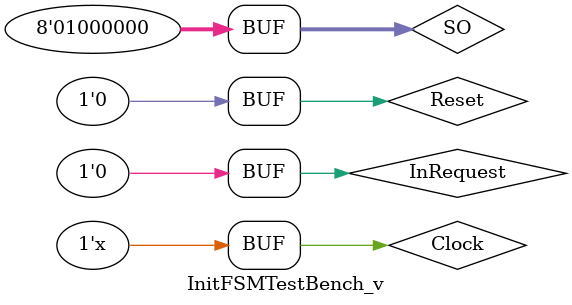
<source format=v>

`timescale		1 ns/1 ps		// Display things in ns, compute them in ps
`define HalfCycle	18.518			// Half of the clock cycle time in nanoseconds
`define Cycle		(`HalfCycle * 2)	// Didn't you learn to multiply?
`define ActiveCycles	65536			// Change this to hold the buttons down for longer!
//-----------------------------------------------------------------------

module InitFSMTestBench_v;

	// Inputs
	reg Clock;
	reg Reset;
	reg InRequest;
	reg [7:0] SO;

	// Outputs
	wire [4:0] CurState;
	wire VREG_EN;
	wire RF_RESET;
	wire [7:0] Command;
	wire InValid;
	wire InitDone;
	
	//---------------------------------------------------------------
	//	Clock Source
	//		This section will generate a clock signal,
	//		turning it on and off according the HalfCycle
	//		time, in this case it will generate a 27MHz clock
	//		THIS COULD NEVER BE SYNTHESIZED
	//---------------------------------------------------------------
	initial Clock =		1'b1;		// We need to start at 1'b0, otherwise clock will always be 1'bx
	always #(`HalfCycle) Clock =	~Clock;	// Every half clock cycle, invert the clock
	//---------------------------------------------------------------
	

	// Instantiate the Unit Under Test (UUT)
	InitFSM uut (
		.Clock(Clock), 
		.Reset(Reset), 
		.InRequest(InRequest), 
		.VREG_EN(VREG_EN), 
		.RF_RESET(RF_RESET), 
		.Command(Command), 
		.SO(SO), 
		.InValid(InValid), 
		.InitDone(InitDone),
		.CurState(CurState)
	);

	initial begin
		Reset = 1'b1;
		InRequest = 1'b0;
		SO = 8'h00;
		#(`Cycle*3);
		Reset = 1'b0;
		#(`Cycle*54000);
		
		//Now pulsing RF_RESET
		
		#(`Cycle*6);
		InRequest = 1'b1;
		#(`Cycle);
		InRequest = 1'b0;
		
		#(`Cycle*3);
		InRequest = 1'b1;
		#(`Cycle*3);
		InRequest = 1'b0;
		//should be trying to check status bit
		SO = 8'h40;
		
		
		
		#(`Cycle*3);
		InRequest = 1'b1;
		#(`Cycle);
		InRequest = 1'b0;
		#(`Cycle*3);
		
		//MDM Wait
		
		InRequest = 1'b1;
		#(`Cycle*4)
		InRequest = 1'b0;
		#(`Cycle);
		//IOCFG
		InRequest = 1'b1;
		#(`Cycle*4);
		InRequest = 1'b0;
		#(`Cycle)
		//Change Channel
		InRequest = 1'b1;
		#(`Cycle*4);
		InRequest = 1'b0;
		//SRFOFF
		#(`Cycle);
		InRequest = 1'b1;
		#(`Cycle);
		InRequest = 1'b0;
		#(`Cycle);
		InRequest = 1'b1;
		#(`Cycle);
		InRequest = 1'b0;
		#(`Cycle);
		

	end
      
endmodule


</source>
